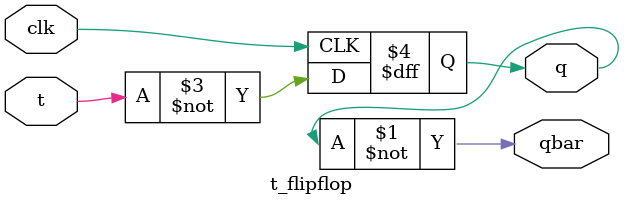
<source format=v>
module t_flipflop(t,clk,q,qbar);
input t,clk;
output reg q;
output qbar;

assign qbar = ~q;

always @(posedge clk)begin
    q <= ~t;
end
endmodule
</source>
